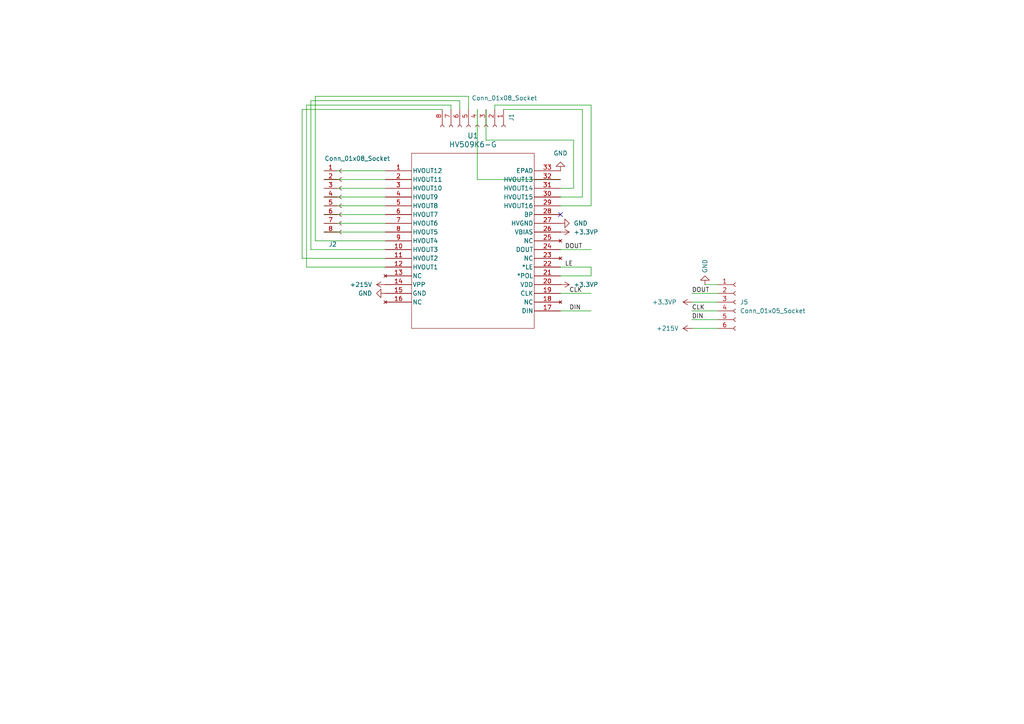
<source format=kicad_sch>
(kicad_sch
	(version 20250114)
	(generator "eeschema")
	(generator_version "9.0")
	(uuid "a0053d15-3fe6-4047-92ee-091d4acfd1a5")
	(paper "A4")
	(lib_symbols
		(symbol "Connector:Conn_01x06_Socket"
			(pin_names
				(offset 1.016)
				(hide yes)
			)
			(exclude_from_sim no)
			(in_bom yes)
			(on_board yes)
			(property "Reference" "J"
				(at 0 7.62 0)
				(effects
					(font
						(size 1.27 1.27)
					)
				)
			)
			(property "Value" "Conn_01x06_Socket"
				(at 0 -10.16 0)
				(effects
					(font
						(size 1.27 1.27)
					)
				)
			)
			(property "Footprint" ""
				(at 0 0 0)
				(effects
					(font
						(size 1.27 1.27)
					)
					(hide yes)
				)
			)
			(property "Datasheet" "~"
				(at 0 0 0)
				(effects
					(font
						(size 1.27 1.27)
					)
					(hide yes)
				)
			)
			(property "Description" "Generic connector, single row, 01x06, script generated"
				(at 0 0 0)
				(effects
					(font
						(size 1.27 1.27)
					)
					(hide yes)
				)
			)
			(property "ki_locked" ""
				(at 0 0 0)
				(effects
					(font
						(size 1.27 1.27)
					)
				)
			)
			(property "ki_keywords" "connector"
				(at 0 0 0)
				(effects
					(font
						(size 1.27 1.27)
					)
					(hide yes)
				)
			)
			(property "ki_fp_filters" "Connector*:*_1x??_*"
				(at 0 0 0)
				(effects
					(font
						(size 1.27 1.27)
					)
					(hide yes)
				)
			)
			(symbol "Conn_01x06_Socket_1_1"
				(polyline
					(pts
						(xy -1.27 5.08) (xy -0.508 5.08)
					)
					(stroke
						(width 0.1524)
						(type default)
					)
					(fill
						(type none)
					)
				)
				(polyline
					(pts
						(xy -1.27 2.54) (xy -0.508 2.54)
					)
					(stroke
						(width 0.1524)
						(type default)
					)
					(fill
						(type none)
					)
				)
				(polyline
					(pts
						(xy -1.27 0) (xy -0.508 0)
					)
					(stroke
						(width 0.1524)
						(type default)
					)
					(fill
						(type none)
					)
				)
				(polyline
					(pts
						(xy -1.27 -2.54) (xy -0.508 -2.54)
					)
					(stroke
						(width 0.1524)
						(type default)
					)
					(fill
						(type none)
					)
				)
				(polyline
					(pts
						(xy -1.27 -5.08) (xy -0.508 -5.08)
					)
					(stroke
						(width 0.1524)
						(type default)
					)
					(fill
						(type none)
					)
				)
				(polyline
					(pts
						(xy -1.27 -7.62) (xy -0.508 -7.62)
					)
					(stroke
						(width 0.1524)
						(type default)
					)
					(fill
						(type none)
					)
				)
				(arc
					(start 0 4.572)
					(mid -0.5058 5.08)
					(end 0 5.588)
					(stroke
						(width 0.1524)
						(type default)
					)
					(fill
						(type none)
					)
				)
				(arc
					(start 0 2.032)
					(mid -0.5058 2.54)
					(end 0 3.048)
					(stroke
						(width 0.1524)
						(type default)
					)
					(fill
						(type none)
					)
				)
				(arc
					(start 0 -0.508)
					(mid -0.5058 0)
					(end 0 0.508)
					(stroke
						(width 0.1524)
						(type default)
					)
					(fill
						(type none)
					)
				)
				(arc
					(start 0 -3.048)
					(mid -0.5058 -2.54)
					(end 0 -2.032)
					(stroke
						(width 0.1524)
						(type default)
					)
					(fill
						(type none)
					)
				)
				(arc
					(start 0 -5.588)
					(mid -0.5058 -5.08)
					(end 0 -4.572)
					(stroke
						(width 0.1524)
						(type default)
					)
					(fill
						(type none)
					)
				)
				(arc
					(start 0 -8.128)
					(mid -0.5058 -7.62)
					(end 0 -7.112)
					(stroke
						(width 0.1524)
						(type default)
					)
					(fill
						(type none)
					)
				)
				(pin passive line
					(at -5.08 5.08 0)
					(length 3.81)
					(name "Pin_1"
						(effects
							(font
								(size 1.27 1.27)
							)
						)
					)
					(number "1"
						(effects
							(font
								(size 1.27 1.27)
							)
						)
					)
				)
				(pin passive line
					(at -5.08 2.54 0)
					(length 3.81)
					(name "Pin_2"
						(effects
							(font
								(size 1.27 1.27)
							)
						)
					)
					(number "2"
						(effects
							(font
								(size 1.27 1.27)
							)
						)
					)
				)
				(pin passive line
					(at -5.08 0 0)
					(length 3.81)
					(name "Pin_3"
						(effects
							(font
								(size 1.27 1.27)
							)
						)
					)
					(number "3"
						(effects
							(font
								(size 1.27 1.27)
							)
						)
					)
				)
				(pin passive line
					(at -5.08 -2.54 0)
					(length 3.81)
					(name "Pin_4"
						(effects
							(font
								(size 1.27 1.27)
							)
						)
					)
					(number "4"
						(effects
							(font
								(size 1.27 1.27)
							)
						)
					)
				)
				(pin passive line
					(at -5.08 -5.08 0)
					(length 3.81)
					(name "Pin_5"
						(effects
							(font
								(size 1.27 1.27)
							)
						)
					)
					(number "5"
						(effects
							(font
								(size 1.27 1.27)
							)
						)
					)
				)
				(pin passive line
					(at -5.08 -7.62 0)
					(length 3.81)
					(name "Pin_6"
						(effects
							(font
								(size 1.27 1.27)
							)
						)
					)
					(number "6"
						(effects
							(font
								(size 1.27 1.27)
							)
						)
					)
				)
			)
			(embedded_fonts no)
		)
		(symbol "Connector:Conn_01x08_Socket"
			(pin_names
				(offset 1.016)
				(hide yes)
			)
			(exclude_from_sim no)
			(in_bom yes)
			(on_board yes)
			(property "Reference" "J"
				(at 0 10.16 0)
				(effects
					(font
						(size 1.27 1.27)
					)
				)
			)
			(property "Value" "Conn_01x08_Socket"
				(at 0 -12.7 0)
				(effects
					(font
						(size 1.27 1.27)
					)
				)
			)
			(property "Footprint" ""
				(at 0 0 0)
				(effects
					(font
						(size 1.27 1.27)
					)
					(hide yes)
				)
			)
			(property "Datasheet" "~"
				(at 0 0 0)
				(effects
					(font
						(size 1.27 1.27)
					)
					(hide yes)
				)
			)
			(property "Description" "Generic connector, single row, 01x08, script generated"
				(at 0 0 0)
				(effects
					(font
						(size 1.27 1.27)
					)
					(hide yes)
				)
			)
			(property "ki_locked" ""
				(at 0 0 0)
				(effects
					(font
						(size 1.27 1.27)
					)
				)
			)
			(property "ki_keywords" "connector"
				(at 0 0 0)
				(effects
					(font
						(size 1.27 1.27)
					)
					(hide yes)
				)
			)
			(property "ki_fp_filters" "Connector*:*_1x??_*"
				(at 0 0 0)
				(effects
					(font
						(size 1.27 1.27)
					)
					(hide yes)
				)
			)
			(symbol "Conn_01x08_Socket_1_1"
				(polyline
					(pts
						(xy -1.27 7.62) (xy -0.508 7.62)
					)
					(stroke
						(width 0.1524)
						(type default)
					)
					(fill
						(type none)
					)
				)
				(polyline
					(pts
						(xy -1.27 5.08) (xy -0.508 5.08)
					)
					(stroke
						(width 0.1524)
						(type default)
					)
					(fill
						(type none)
					)
				)
				(polyline
					(pts
						(xy -1.27 2.54) (xy -0.508 2.54)
					)
					(stroke
						(width 0.1524)
						(type default)
					)
					(fill
						(type none)
					)
				)
				(polyline
					(pts
						(xy -1.27 0) (xy -0.508 0)
					)
					(stroke
						(width 0.1524)
						(type default)
					)
					(fill
						(type none)
					)
				)
				(polyline
					(pts
						(xy -1.27 -2.54) (xy -0.508 -2.54)
					)
					(stroke
						(width 0.1524)
						(type default)
					)
					(fill
						(type none)
					)
				)
				(polyline
					(pts
						(xy -1.27 -5.08) (xy -0.508 -5.08)
					)
					(stroke
						(width 0.1524)
						(type default)
					)
					(fill
						(type none)
					)
				)
				(polyline
					(pts
						(xy -1.27 -7.62) (xy -0.508 -7.62)
					)
					(stroke
						(width 0.1524)
						(type default)
					)
					(fill
						(type none)
					)
				)
				(polyline
					(pts
						(xy -1.27 -10.16) (xy -0.508 -10.16)
					)
					(stroke
						(width 0.1524)
						(type default)
					)
					(fill
						(type none)
					)
				)
				(arc
					(start 0 7.112)
					(mid -0.5058 7.62)
					(end 0 8.128)
					(stroke
						(width 0.1524)
						(type default)
					)
					(fill
						(type none)
					)
				)
				(arc
					(start 0 4.572)
					(mid -0.5058 5.08)
					(end 0 5.588)
					(stroke
						(width 0.1524)
						(type default)
					)
					(fill
						(type none)
					)
				)
				(arc
					(start 0 2.032)
					(mid -0.5058 2.54)
					(end 0 3.048)
					(stroke
						(width 0.1524)
						(type default)
					)
					(fill
						(type none)
					)
				)
				(arc
					(start 0 -0.508)
					(mid -0.5058 0)
					(end 0 0.508)
					(stroke
						(width 0.1524)
						(type default)
					)
					(fill
						(type none)
					)
				)
				(arc
					(start 0 -3.048)
					(mid -0.5058 -2.54)
					(end 0 -2.032)
					(stroke
						(width 0.1524)
						(type default)
					)
					(fill
						(type none)
					)
				)
				(arc
					(start 0 -5.588)
					(mid -0.5058 -5.08)
					(end 0 -4.572)
					(stroke
						(width 0.1524)
						(type default)
					)
					(fill
						(type none)
					)
				)
				(arc
					(start 0 -8.128)
					(mid -0.5058 -7.62)
					(end 0 -7.112)
					(stroke
						(width 0.1524)
						(type default)
					)
					(fill
						(type none)
					)
				)
				(arc
					(start 0 -10.668)
					(mid -0.5058 -10.16)
					(end 0 -9.652)
					(stroke
						(width 0.1524)
						(type default)
					)
					(fill
						(type none)
					)
				)
				(pin passive line
					(at -5.08 7.62 0)
					(length 3.81)
					(name "Pin_1"
						(effects
							(font
								(size 1.27 1.27)
							)
						)
					)
					(number "1"
						(effects
							(font
								(size 1.27 1.27)
							)
						)
					)
				)
				(pin passive line
					(at -5.08 5.08 0)
					(length 3.81)
					(name "Pin_2"
						(effects
							(font
								(size 1.27 1.27)
							)
						)
					)
					(number "2"
						(effects
							(font
								(size 1.27 1.27)
							)
						)
					)
				)
				(pin passive line
					(at -5.08 2.54 0)
					(length 3.81)
					(name "Pin_3"
						(effects
							(font
								(size 1.27 1.27)
							)
						)
					)
					(number "3"
						(effects
							(font
								(size 1.27 1.27)
							)
						)
					)
				)
				(pin passive line
					(at -5.08 0 0)
					(length 3.81)
					(name "Pin_4"
						(effects
							(font
								(size 1.27 1.27)
							)
						)
					)
					(number "4"
						(effects
							(font
								(size 1.27 1.27)
							)
						)
					)
				)
				(pin passive line
					(at -5.08 -2.54 0)
					(length 3.81)
					(name "Pin_5"
						(effects
							(font
								(size 1.27 1.27)
							)
						)
					)
					(number "5"
						(effects
							(font
								(size 1.27 1.27)
							)
						)
					)
				)
				(pin passive line
					(at -5.08 -5.08 0)
					(length 3.81)
					(name "Pin_6"
						(effects
							(font
								(size 1.27 1.27)
							)
						)
					)
					(number "6"
						(effects
							(font
								(size 1.27 1.27)
							)
						)
					)
				)
				(pin passive line
					(at -5.08 -7.62 0)
					(length 3.81)
					(name "Pin_7"
						(effects
							(font
								(size 1.27 1.27)
							)
						)
					)
					(number "7"
						(effects
							(font
								(size 1.27 1.27)
							)
						)
					)
				)
				(pin passive line
					(at -5.08 -10.16 0)
					(length 3.81)
					(name "Pin_8"
						(effects
							(font
								(size 1.27 1.27)
							)
						)
					)
					(number "8"
						(effects
							(font
								(size 1.27 1.27)
							)
						)
					)
				)
			)
			(embedded_fonts no)
		)
		(symbol "HV509K6-G:HV509K6-G"
			(pin_names
				(offset 0.254)
			)
			(exclude_from_sim no)
			(in_bom yes)
			(on_board yes)
			(property "Reference" "U"
				(at 25.4 10.16 0)
				(effects
					(font
						(size 1.524 1.524)
					)
				)
			)
			(property "Value" "HV509K6-G"
				(at 25.4 7.62 0)
				(effects
					(font
						(size 1.524 1.524)
					)
				)
			)
			(property "Footprint" "QFN32_5X5MC_MCH"
				(at 0 0 0)
				(effects
					(font
						(size 1.27 1.27)
						(italic yes)
					)
					(hide yes)
				)
			)
			(property "Datasheet" "HV509K6-G"
				(at 0 0 0)
				(effects
					(font
						(size 1.27 1.27)
						(italic yes)
					)
					(hide yes)
				)
			)
			(property "Description" ""
				(at 0 0 0)
				(effects
					(font
						(size 1.27 1.27)
					)
					(hide yes)
				)
			)
			(property "ki_locked" ""
				(at 0 0 0)
				(effects
					(font
						(size 1.27 1.27)
					)
				)
			)
			(property "ki_keywords" "HV509K6-G"
				(at 0 0 0)
				(effects
					(font
						(size 1.27 1.27)
					)
					(hide yes)
				)
			)
			(property "ki_fp_filters" "QFN32_5X5MC_MCH QFN32_5X5MC_MCH-M QFN32_5X5MC_MCH-L"
				(at 0 0 0)
				(effects
					(font
						(size 1.27 1.27)
					)
					(hide yes)
				)
			)
			(symbol "HV509K6-G_0_1"
				(polyline
					(pts
						(xy 7.62 5.08) (xy 7.62 -45.72)
					)
					(stroke
						(width 0.127)
						(type default)
					)
					(fill
						(type none)
					)
				)
				(polyline
					(pts
						(xy 7.62 -45.72) (xy 43.18 -45.72)
					)
					(stroke
						(width 0.127)
						(type default)
					)
					(fill
						(type none)
					)
				)
				(polyline
					(pts
						(xy 43.18 5.08) (xy 7.62 5.08)
					)
					(stroke
						(width 0.127)
						(type default)
					)
					(fill
						(type none)
					)
				)
				(polyline
					(pts
						(xy 43.18 -45.72) (xy 43.18 5.08)
					)
					(stroke
						(width 0.127)
						(type default)
					)
					(fill
						(type none)
					)
				)
				(pin output line
					(at 0 0 0)
					(length 7.62)
					(name "HVOUT12"
						(effects
							(font
								(size 1.27 1.27)
							)
						)
					)
					(number "1"
						(effects
							(font
								(size 1.27 1.27)
							)
						)
					)
				)
				(pin output line
					(at 0 -2.54 0)
					(length 7.62)
					(name "HVOUT11"
						(effects
							(font
								(size 1.27 1.27)
							)
						)
					)
					(number "2"
						(effects
							(font
								(size 1.27 1.27)
							)
						)
					)
				)
				(pin output line
					(at 0 -5.08 0)
					(length 7.62)
					(name "HVOUT10"
						(effects
							(font
								(size 1.27 1.27)
							)
						)
					)
					(number "3"
						(effects
							(font
								(size 1.27 1.27)
							)
						)
					)
				)
				(pin output line
					(at 0 -7.62 0)
					(length 7.62)
					(name "HVOUT9"
						(effects
							(font
								(size 1.27 1.27)
							)
						)
					)
					(number "4"
						(effects
							(font
								(size 1.27 1.27)
							)
						)
					)
				)
				(pin output line
					(at 0 -10.16 0)
					(length 7.62)
					(name "HVOUT8"
						(effects
							(font
								(size 1.27 1.27)
							)
						)
					)
					(number "5"
						(effects
							(font
								(size 1.27 1.27)
							)
						)
					)
				)
				(pin output line
					(at 0 -12.7 0)
					(length 7.62)
					(name "HVOUT7"
						(effects
							(font
								(size 1.27 1.27)
							)
						)
					)
					(number "6"
						(effects
							(font
								(size 1.27 1.27)
							)
						)
					)
				)
				(pin output line
					(at 0 -15.24 0)
					(length 7.62)
					(name "HVOUT6"
						(effects
							(font
								(size 1.27 1.27)
							)
						)
					)
					(number "7"
						(effects
							(font
								(size 1.27 1.27)
							)
						)
					)
				)
				(pin output line
					(at 0 -17.78 0)
					(length 7.62)
					(name "HVOUT5"
						(effects
							(font
								(size 1.27 1.27)
							)
						)
					)
					(number "8"
						(effects
							(font
								(size 1.27 1.27)
							)
						)
					)
				)
				(pin output line
					(at 0 -20.32 0)
					(length 7.62)
					(name "HVOUT4"
						(effects
							(font
								(size 1.27 1.27)
							)
						)
					)
					(number "9"
						(effects
							(font
								(size 1.27 1.27)
							)
						)
					)
				)
				(pin output line
					(at 0 -22.86 0)
					(length 7.62)
					(name "HVOUT3"
						(effects
							(font
								(size 1.27 1.27)
							)
						)
					)
					(number "10"
						(effects
							(font
								(size 1.27 1.27)
							)
						)
					)
				)
				(pin output line
					(at 0 -25.4 0)
					(length 7.62)
					(name "HVOUT2"
						(effects
							(font
								(size 1.27 1.27)
							)
						)
					)
					(number "11"
						(effects
							(font
								(size 1.27 1.27)
							)
						)
					)
				)
				(pin output line
					(at 0 -27.94 0)
					(length 7.62)
					(name "HVOUT1"
						(effects
							(font
								(size 1.27 1.27)
							)
						)
					)
					(number "12"
						(effects
							(font
								(size 1.27 1.27)
							)
						)
					)
				)
				(pin no_connect line
					(at 0 -30.48 0)
					(length 7.62)
					(name "NC"
						(effects
							(font
								(size 1.27 1.27)
							)
						)
					)
					(number "13"
						(effects
							(font
								(size 1.27 1.27)
							)
						)
					)
				)
				(pin power_in line
					(at 0 -33.02 0)
					(length 7.62)
					(name "VPP"
						(effects
							(font
								(size 1.27 1.27)
							)
						)
					)
					(number "14"
						(effects
							(font
								(size 1.27 1.27)
							)
						)
					)
				)
				(pin power_out line
					(at 0 -35.56 0)
					(length 7.62)
					(name "GND"
						(effects
							(font
								(size 1.27 1.27)
							)
						)
					)
					(number "15"
						(effects
							(font
								(size 1.27 1.27)
							)
						)
					)
				)
				(pin no_connect line
					(at 0 -38.1 0)
					(length 7.62)
					(name "NC"
						(effects
							(font
								(size 1.27 1.27)
							)
						)
					)
					(number "16"
						(effects
							(font
								(size 1.27 1.27)
							)
						)
					)
				)
				(pin unspecified line
					(at 50.8 0 180)
					(length 7.62)
					(name "EPAD"
						(effects
							(font
								(size 1.27 1.27)
							)
						)
					)
					(number "33"
						(effects
							(font
								(size 1.27 1.27)
							)
						)
					)
				)
				(pin output line
					(at 50.8 -2.54 180)
					(length 7.62)
					(name "HVOUT13"
						(effects
							(font
								(size 1.27 1.27)
							)
						)
					)
					(number "32"
						(effects
							(font
								(size 1.27 1.27)
							)
						)
					)
				)
				(pin output line
					(at 50.8 -5.08 180)
					(length 7.62)
					(name "HVOUT14"
						(effects
							(font
								(size 1.27 1.27)
							)
						)
					)
					(number "31"
						(effects
							(font
								(size 1.27 1.27)
							)
						)
					)
				)
				(pin output line
					(at 50.8 -7.62 180)
					(length 7.62)
					(name "HVOUT15"
						(effects
							(font
								(size 1.27 1.27)
							)
						)
					)
					(number "30"
						(effects
							(font
								(size 1.27 1.27)
							)
						)
					)
				)
				(pin output line
					(at 50.8 -10.16 180)
					(length 7.62)
					(name "HVOUT16"
						(effects
							(font
								(size 1.27 1.27)
							)
						)
					)
					(number "29"
						(effects
							(font
								(size 1.27 1.27)
							)
						)
					)
				)
				(pin output line
					(at 50.8 -12.7 180)
					(length 7.62)
					(name "BP"
						(effects
							(font
								(size 1.27 1.27)
							)
						)
					)
					(number "28"
						(effects
							(font
								(size 1.27 1.27)
							)
						)
					)
				)
				(pin power_out line
					(at 50.8 -15.24 180)
					(length 7.62)
					(name "HVGND"
						(effects
							(font
								(size 1.27 1.27)
							)
						)
					)
					(number "27"
						(effects
							(font
								(size 1.27 1.27)
							)
						)
					)
				)
				(pin unspecified line
					(at 50.8 -17.78 180)
					(length 7.62)
					(name "VBIAS"
						(effects
							(font
								(size 1.27 1.27)
							)
						)
					)
					(number "26"
						(effects
							(font
								(size 1.27 1.27)
							)
						)
					)
				)
				(pin no_connect line
					(at 50.8 -20.32 180)
					(length 7.62)
					(name "NC"
						(effects
							(font
								(size 1.27 1.27)
							)
						)
					)
					(number "25"
						(effects
							(font
								(size 1.27 1.27)
							)
						)
					)
				)
				(pin output line
					(at 50.8 -22.86 180)
					(length 7.62)
					(name "DOUT"
						(effects
							(font
								(size 1.27 1.27)
							)
						)
					)
					(number "24"
						(effects
							(font
								(size 1.27 1.27)
							)
						)
					)
				)
				(pin no_connect line
					(at 50.8 -25.4 180)
					(length 7.62)
					(name "NC"
						(effects
							(font
								(size 1.27 1.27)
							)
						)
					)
					(number "23"
						(effects
							(font
								(size 1.27 1.27)
							)
						)
					)
				)
				(pin input line
					(at 50.8 -27.94 180)
					(length 7.62)
					(name "*LE"
						(effects
							(font
								(size 1.27 1.27)
							)
						)
					)
					(number "22"
						(effects
							(font
								(size 1.27 1.27)
							)
						)
					)
				)
				(pin input line
					(at 50.8 -30.48 180)
					(length 7.62)
					(name "*POL"
						(effects
							(font
								(size 1.27 1.27)
							)
						)
					)
					(number "21"
						(effects
							(font
								(size 1.27 1.27)
							)
						)
					)
				)
				(pin power_in line
					(at 50.8 -33.02 180)
					(length 7.62)
					(name "VDD"
						(effects
							(font
								(size 1.27 1.27)
							)
						)
					)
					(number "20"
						(effects
							(font
								(size 1.27 1.27)
							)
						)
					)
				)
				(pin input line
					(at 50.8 -35.56 180)
					(length 7.62)
					(name "CLK"
						(effects
							(font
								(size 1.27 1.27)
							)
						)
					)
					(number "19"
						(effects
							(font
								(size 1.27 1.27)
							)
						)
					)
				)
				(pin no_connect line
					(at 50.8 -38.1 180)
					(length 7.62)
					(name "NC"
						(effects
							(font
								(size 1.27 1.27)
							)
						)
					)
					(number "18"
						(effects
							(font
								(size 1.27 1.27)
							)
						)
					)
				)
				(pin input line
					(at 50.8 -40.64 180)
					(length 7.62)
					(name "DIN"
						(effects
							(font
								(size 1.27 1.27)
							)
						)
					)
					(number "17"
						(effects
							(font
								(size 1.27 1.27)
							)
						)
					)
				)
			)
			(embedded_fonts no)
		)
		(symbol "power:+3.3VP"
			(power)
			(pin_numbers
				(hide yes)
			)
			(pin_names
				(offset 0)
				(hide yes)
			)
			(exclude_from_sim no)
			(in_bom yes)
			(on_board yes)
			(property "Reference" "#PWR"
				(at 3.81 -1.27 0)
				(effects
					(font
						(size 1.27 1.27)
					)
					(hide yes)
				)
			)
			(property "Value" "+3.3VP"
				(at 0 3.556 0)
				(effects
					(font
						(size 1.27 1.27)
					)
				)
			)
			(property "Footprint" ""
				(at 0 0 0)
				(effects
					(font
						(size 1.27 1.27)
					)
					(hide yes)
				)
			)
			(property "Datasheet" ""
				(at 0 0 0)
				(effects
					(font
						(size 1.27 1.27)
					)
					(hide yes)
				)
			)
			(property "Description" "Power symbol creates a global label with name \"+3.3VP\""
				(at 0 0 0)
				(effects
					(font
						(size 1.27 1.27)
					)
					(hide yes)
				)
			)
			(property "ki_keywords" "global power"
				(at 0 0 0)
				(effects
					(font
						(size 1.27 1.27)
					)
					(hide yes)
				)
			)
			(symbol "+3.3VP_0_0"
				(pin power_in line
					(at 0 0 90)
					(length 0)
					(name "~"
						(effects
							(font
								(size 1.27 1.27)
							)
						)
					)
					(number "1"
						(effects
							(font
								(size 1.27 1.27)
							)
						)
					)
				)
			)
			(symbol "+3.3VP_0_1"
				(polyline
					(pts
						(xy -0.762 1.27) (xy 0 2.54)
					)
					(stroke
						(width 0)
						(type default)
					)
					(fill
						(type none)
					)
				)
				(polyline
					(pts
						(xy 0 2.54) (xy 0.762 1.27)
					)
					(stroke
						(width 0)
						(type default)
					)
					(fill
						(type none)
					)
				)
				(polyline
					(pts
						(xy 0 0) (xy 0 2.54)
					)
					(stroke
						(width 0)
						(type default)
					)
					(fill
						(type none)
					)
				)
			)
			(embedded_fonts no)
		)
		(symbol "power:+48V"
			(power)
			(pin_numbers
				(hide yes)
			)
			(pin_names
				(offset 0)
				(hide yes)
			)
			(exclude_from_sim no)
			(in_bom yes)
			(on_board yes)
			(property "Reference" "#PWR"
				(at 0 -3.81 0)
				(effects
					(font
						(size 1.27 1.27)
					)
					(hide yes)
				)
			)
			(property "Value" "+48V"
				(at 0 3.556 0)
				(effects
					(font
						(size 1.27 1.27)
					)
				)
			)
			(property "Footprint" ""
				(at 0 0 0)
				(effects
					(font
						(size 1.27 1.27)
					)
					(hide yes)
				)
			)
			(property "Datasheet" ""
				(at 0 0 0)
				(effects
					(font
						(size 1.27 1.27)
					)
					(hide yes)
				)
			)
			(property "Description" "Power symbol creates a global label with name \"+48V\""
				(at 0 0 0)
				(effects
					(font
						(size 1.27 1.27)
					)
					(hide yes)
				)
			)
			(property "ki_keywords" "global power"
				(at 0 0 0)
				(effects
					(font
						(size 1.27 1.27)
					)
					(hide yes)
				)
			)
			(symbol "+48V_0_1"
				(polyline
					(pts
						(xy -0.762 1.27) (xy 0 2.54)
					)
					(stroke
						(width 0)
						(type default)
					)
					(fill
						(type none)
					)
				)
				(polyline
					(pts
						(xy 0 2.54) (xy 0.762 1.27)
					)
					(stroke
						(width 0)
						(type default)
					)
					(fill
						(type none)
					)
				)
				(polyline
					(pts
						(xy 0 0) (xy 0 2.54)
					)
					(stroke
						(width 0)
						(type default)
					)
					(fill
						(type none)
					)
				)
			)
			(symbol "+48V_1_1"
				(pin power_in line
					(at 0 0 90)
					(length 0)
					(name "~"
						(effects
							(font
								(size 1.27 1.27)
							)
						)
					)
					(number "1"
						(effects
							(font
								(size 1.27 1.27)
							)
						)
					)
				)
			)
			(embedded_fonts no)
		)
		(symbol "power:GND"
			(power)
			(pin_numbers
				(hide yes)
			)
			(pin_names
				(offset 0)
				(hide yes)
			)
			(exclude_from_sim no)
			(in_bom yes)
			(on_board yes)
			(property "Reference" "#PWR"
				(at 0 -6.35 0)
				(effects
					(font
						(size 1.27 1.27)
					)
					(hide yes)
				)
			)
			(property "Value" "GND"
				(at 0 -3.81 0)
				(effects
					(font
						(size 1.27 1.27)
					)
				)
			)
			(property "Footprint" ""
				(at 0 0 0)
				(effects
					(font
						(size 1.27 1.27)
					)
					(hide yes)
				)
			)
			(property "Datasheet" ""
				(at 0 0 0)
				(effects
					(font
						(size 1.27 1.27)
					)
					(hide yes)
				)
			)
			(property "Description" "Power symbol creates a global label with name \"GND\" , ground"
				(at 0 0 0)
				(effects
					(font
						(size 1.27 1.27)
					)
					(hide yes)
				)
			)
			(property "ki_keywords" "global power"
				(at 0 0 0)
				(effects
					(font
						(size 1.27 1.27)
					)
					(hide yes)
				)
			)
			(symbol "GND_0_1"
				(polyline
					(pts
						(xy 0 0) (xy 0 -1.27) (xy 1.27 -1.27) (xy 0 -2.54) (xy -1.27 -1.27) (xy 0 -1.27)
					)
					(stroke
						(width 0)
						(type default)
					)
					(fill
						(type none)
					)
				)
			)
			(symbol "GND_1_1"
				(pin power_in line
					(at 0 0 270)
					(length 0)
					(name "~"
						(effects
							(font
								(size 1.27 1.27)
							)
						)
					)
					(number "1"
						(effects
							(font
								(size 1.27 1.27)
							)
						)
					)
				)
			)
			(embedded_fonts no)
		)
	)
	(no_connect
		(at 162.56 62.23)
		(uuid "f3bb3041-4738-4723-aabd-fcef2c551ee3")
	)
	(wire
		(pts
			(xy 88.9 30.48) (xy 88.9 77.47)
		)
		(stroke
			(width 0)
			(type default)
		)
		(uuid "061bd226-147c-4b19-9615-af0c94a146e7")
	)
	(wire
		(pts
			(xy 93.98 57.15) (xy 111.76 57.15)
		)
		(stroke
			(width 0)
			(type default)
		)
		(uuid "11c0710d-1917-4b33-bde1-838402500c2e")
	)
	(wire
		(pts
			(xy 200.66 92.71) (xy 208.28 92.71)
		)
		(stroke
			(width 0)
			(type default)
		)
		(uuid "1457d771-7350-4f04-853a-af84ee652abb")
	)
	(wire
		(pts
			(xy 90.17 29.21) (xy 133.35 29.21)
		)
		(stroke
			(width 0)
			(type default)
		)
		(uuid "15ce98e9-c334-410e-924a-3dda61b35518")
	)
	(wire
		(pts
			(xy 162.56 85.09) (xy 171.45 85.09)
		)
		(stroke
			(width 0)
			(type default)
		)
		(uuid "199e2179-5513-477a-b86e-7765aeba63ed")
	)
	(wire
		(pts
			(xy 140.97 31.75) (xy 140.97 40.64)
		)
		(stroke
			(width 0)
			(type default)
		)
		(uuid "1b6f584a-12c4-463f-aa68-045a276ade80")
	)
	(wire
		(pts
			(xy 138.43 52.07) (xy 138.43 31.75)
		)
		(stroke
			(width 0)
			(type default)
		)
		(uuid "28ad46f9-a375-4352-9b16-6f39c8b44687")
	)
	(wire
		(pts
			(xy 168.91 57.15) (xy 168.91 31.75)
		)
		(stroke
			(width 0)
			(type default)
		)
		(uuid "28b8ef72-599a-4adb-b02f-f3d9290993a8")
	)
	(wire
		(pts
			(xy 87.63 74.93) (xy 87.63 31.75)
		)
		(stroke
			(width 0)
			(type default)
		)
		(uuid "2c69c87c-2e31-456e-a5c2-99f5711e8dcc")
	)
	(wire
		(pts
			(xy 87.63 74.93) (xy 111.76 74.93)
		)
		(stroke
			(width 0)
			(type default)
		)
		(uuid "31a87b40-beb6-4a2f-b64c-da03d62c35c6")
	)
	(wire
		(pts
			(xy 135.89 27.94) (xy 135.89 31.75)
		)
		(stroke
			(width 0)
			(type default)
		)
		(uuid "365a6e00-72ed-485b-b476-85f6969551f8")
	)
	(wire
		(pts
			(xy 168.91 31.75) (xy 146.05 31.75)
		)
		(stroke
			(width 0)
			(type default)
		)
		(uuid "367c78bb-9263-4720-93e3-602e9ec5dae9")
	)
	(wire
		(pts
			(xy 204.47 82.55) (xy 208.28 82.55)
		)
		(stroke
			(width 0)
			(type default)
		)
		(uuid "37d8f28a-0559-429b-b7f3-8249fd37202e")
	)
	(wire
		(pts
			(xy 162.56 90.17) (xy 171.45 90.17)
		)
		(stroke
			(width 0)
			(type default)
		)
		(uuid "4126309f-45a7-4cfa-bb7a-00b1b6e02e5a")
	)
	(wire
		(pts
			(xy 162.56 72.39) (xy 171.45 72.39)
		)
		(stroke
			(width 0)
			(type default)
		)
		(uuid "4287bda8-b345-48c8-ad86-a84841db7893")
	)
	(wire
		(pts
			(xy 171.45 59.69) (xy 162.56 59.69)
		)
		(stroke
			(width 0)
			(type default)
		)
		(uuid "46f2025b-1ce1-49bb-95f6-3a76bc0b7ee0")
	)
	(wire
		(pts
			(xy 171.45 77.47) (xy 171.45 80.01)
		)
		(stroke
			(width 0)
			(type default)
		)
		(uuid "47e072d3-9db3-4333-8bf0-1f7a2045e44b")
	)
	(wire
		(pts
			(xy 140.97 40.64) (xy 166.37 40.64)
		)
		(stroke
			(width 0)
			(type default)
		)
		(uuid "4a499c5d-74c2-4c6e-9841-08526def7e0c")
	)
	(wire
		(pts
			(xy 111.76 72.39) (xy 90.17 72.39)
		)
		(stroke
			(width 0)
			(type default)
		)
		(uuid "4b0bffda-5ff0-410d-ac8c-769c73518a06")
	)
	(wire
		(pts
			(xy 166.37 40.64) (xy 166.37 54.61)
		)
		(stroke
			(width 0)
			(type default)
		)
		(uuid "4ea52ef1-1f7b-4f0f-9860-a41cee382d35")
	)
	(wire
		(pts
			(xy 200.66 90.17) (xy 208.28 90.17)
		)
		(stroke
			(width 0)
			(type default)
		)
		(uuid "4ef8864a-530e-482e-a735-36266c8cf7cf")
	)
	(wire
		(pts
			(xy 143.51 30.48) (xy 171.45 30.48)
		)
		(stroke
			(width 0)
			(type default)
		)
		(uuid "54126495-b670-494f-a3b2-fdae5392b9fc")
	)
	(wire
		(pts
			(xy 200.66 85.09) (xy 208.28 85.09)
		)
		(stroke
			(width 0)
			(type default)
		)
		(uuid "608f081f-7a73-488d-80e5-025872b584c9")
	)
	(wire
		(pts
			(xy 162.56 80.01) (xy 171.45 80.01)
		)
		(stroke
			(width 0)
			(type default)
		)
		(uuid "61c8d90b-833b-467b-9bbb-f7d7ad368bf0")
	)
	(wire
		(pts
			(xy 87.63 31.75) (xy 128.27 31.75)
		)
		(stroke
			(width 0)
			(type default)
		)
		(uuid "7cc35b3d-8426-465f-bf74-0f0975191842")
	)
	(wire
		(pts
			(xy 88.9 77.47) (xy 111.76 77.47)
		)
		(stroke
			(width 0)
			(type default)
		)
		(uuid "7e4dd845-231a-4eb6-822d-6c307208d0fc")
	)
	(wire
		(pts
			(xy 93.98 59.69) (xy 111.76 59.69)
		)
		(stroke
			(width 0)
			(type default)
		)
		(uuid "7e569eb0-6808-4821-88aa-c5402e99fe02")
	)
	(wire
		(pts
			(xy 93.98 54.61) (xy 111.76 54.61)
		)
		(stroke
			(width 0)
			(type default)
		)
		(uuid "7e9cdef4-4ad2-4eaf-9429-997c399824a4")
	)
	(wire
		(pts
			(xy 88.9 30.48) (xy 130.81 30.48)
		)
		(stroke
			(width 0)
			(type default)
		)
		(uuid "87e3dca2-af8b-4101-992c-7282640234bc")
	)
	(wire
		(pts
			(xy 91.44 27.94) (xy 135.89 27.94)
		)
		(stroke
			(width 0)
			(type default)
		)
		(uuid "8f2e437e-5a75-4073-b692-7634c14d9b23")
	)
	(wire
		(pts
			(xy 93.98 64.77) (xy 111.76 64.77)
		)
		(stroke
			(width 0)
			(type default)
		)
		(uuid "9156cfa1-309a-4626-837b-b0be8170f874")
	)
	(wire
		(pts
			(xy 111.76 69.85) (xy 91.44 69.85)
		)
		(stroke
			(width 0)
			(type default)
		)
		(uuid "959038f4-d647-4e80-8b4e-c9bc728a2828")
	)
	(wire
		(pts
			(xy 90.17 72.39) (xy 90.17 29.21)
		)
		(stroke
			(width 0)
			(type default)
		)
		(uuid "9ffeec23-2f64-4f1c-9e04-8ad5c4f5e770")
	)
	(wire
		(pts
			(xy 171.45 30.48) (xy 171.45 59.69)
		)
		(stroke
			(width 0)
			(type default)
		)
		(uuid "a0006542-a809-497c-805e-7ec61c3acdfc")
	)
	(wire
		(pts
			(xy 162.56 77.47) (xy 171.45 77.47)
		)
		(stroke
			(width 0)
			(type default)
		)
		(uuid "a12a816f-06a7-44e2-9a0b-b4a0fbbe5e19")
	)
	(wire
		(pts
			(xy 93.98 52.07) (xy 111.76 52.07)
		)
		(stroke
			(width 0)
			(type default)
		)
		(uuid "a1c589db-c3cd-4ea6-940c-7df8fe2657a5")
	)
	(wire
		(pts
			(xy 93.98 67.31) (xy 111.76 67.31)
		)
		(stroke
			(width 0)
			(type default)
		)
		(uuid "a2272006-5176-4d84-bfad-b1d24f679a30")
	)
	(wire
		(pts
			(xy 200.66 95.25) (xy 208.28 95.25)
		)
		(stroke
			(width 0)
			(type default)
		)
		(uuid "a715e9a6-8fc8-4809-9174-c736842c4836")
	)
	(wire
		(pts
			(xy 162.56 52.07) (xy 138.43 52.07)
		)
		(stroke
			(width 0)
			(type default)
		)
		(uuid "b396e271-9dd8-4ace-8e42-3808a0ab3a3b")
	)
	(wire
		(pts
			(xy 93.98 49.53) (xy 111.76 49.53)
		)
		(stroke
			(width 0)
			(type default)
		)
		(uuid "bb74b7a1-893a-49e0-92a8-a3f7f9f92eee")
	)
	(wire
		(pts
			(xy 166.37 54.61) (xy 162.56 54.61)
		)
		(stroke
			(width 0)
			(type default)
		)
		(uuid "bc1b1691-43fd-47cf-aa9f-6add7608471a")
	)
	(wire
		(pts
			(xy 133.35 29.21) (xy 133.35 31.75)
		)
		(stroke
			(width 0)
			(type default)
		)
		(uuid "c55fdda6-4e48-47e0-848c-83d6aa943a78")
	)
	(wire
		(pts
			(xy 130.81 30.48) (xy 130.81 31.75)
		)
		(stroke
			(width 0)
			(type default)
		)
		(uuid "c57e030d-9ec0-440f-b3d1-5a8092b8a24f")
	)
	(wire
		(pts
			(xy 91.44 69.85) (xy 91.44 27.94)
		)
		(stroke
			(width 0)
			(type default)
		)
		(uuid "eb4dbd3d-5538-42f7-80d7-7137a6b5e55a")
	)
	(wire
		(pts
			(xy 200.66 87.63) (xy 208.28 87.63)
		)
		(stroke
			(width 0)
			(type default)
		)
		(uuid "ebc36b1a-3246-428d-a763-20c18be77343")
	)
	(wire
		(pts
			(xy 143.51 31.75) (xy 143.51 30.48)
		)
		(stroke
			(width 0)
			(type default)
		)
		(uuid "f5ac1920-03b7-4740-8462-86f7bb002a98")
	)
	(wire
		(pts
			(xy 162.56 57.15) (xy 168.91 57.15)
		)
		(stroke
			(width 0)
			(type default)
		)
		(uuid "f99a1228-c3cb-4fb2-aa15-e6782edb555f")
	)
	(wire
		(pts
			(xy 93.98 62.23) (xy 111.76 62.23)
		)
		(stroke
			(width 0)
			(type default)
		)
		(uuid "fd87111d-6043-4390-8f6d-cbfae8333aba")
	)
	(label "DOUT"
		(at 163.83 72.39 0)
		(effects
			(font
				(size 1.27 1.27)
			)
			(justify left bottom)
		)
		(uuid "4228148f-be92-4b50-a33d-f1d950a89cd6")
	)
	(label "CLK"
		(at 165.1 85.09 0)
		(effects
			(font
				(size 1.27 1.27)
			)
			(justify left bottom)
		)
		(uuid "4305cf1c-77e0-462f-8f68-7d26cc714173")
	)
	(label "DIN"
		(at 200.66 92.71 0)
		(effects
			(font
				(size 1.27 1.27)
			)
			(justify left bottom)
		)
		(uuid "5a5af734-7441-4fe3-bafe-5433d3553576")
	)
	(label "DOUT"
		(at 200.66 85.09 0)
		(effects
			(font
				(size 1.27 1.27)
			)
			(justify left bottom)
		)
		(uuid "71ecda3e-c936-4066-8bfa-9fa405d53cdc")
	)
	(label "LE"
		(at 163.83 77.47 0)
		(effects
			(font
				(size 1.27 1.27)
			)
			(justify left bottom)
		)
		(uuid "8ab2d8f1-ee7c-4486-9976-866915c2f61b")
	)
	(label "CLK"
		(at 200.66 90.17 0)
		(effects
			(font
				(size 1.27 1.27)
			)
			(justify left bottom)
		)
		(uuid "cb1d72f0-8e43-4553-8829-afd131e2d983")
	)
	(label "DIN"
		(at 165.1 90.17 0)
		(effects
			(font
				(size 1.27 1.27)
			)
			(justify left bottom)
		)
		(uuid "fa60637e-63cf-4e9b-9c29-5dc748b37088")
	)
	(symbol
		(lib_id "power:+3.3VP")
		(at 162.56 82.55 270)
		(unit 1)
		(exclude_from_sim no)
		(in_bom yes)
		(on_board yes)
		(dnp no)
		(fields_autoplaced yes)
		(uuid "1a1bc52d-e1d3-4d16-9daa-ad4cb70a3a10")
		(property "Reference" "#PWR05"
			(at 161.29 86.36 0)
			(effects
				(font
					(size 1.27 1.27)
				)
				(hide yes)
			)
		)
		(property "Value" "+3.3VP"
			(at 166.37 82.5499 90)
			(effects
				(font
					(size 1.27 1.27)
				)
				(justify left)
			)
		)
		(property "Footprint" ""
			(at 162.56 82.55 0)
			(effects
				(font
					(size 1.27 1.27)
				)
				(hide yes)
			)
		)
		(property "Datasheet" ""
			(at 162.56 82.55 0)
			(effects
				(font
					(size 1.27 1.27)
				)
				(hide yes)
			)
		)
		(property "Description" "Power symbol creates a global label with name \"+3.3VP\""
			(at 162.56 82.55 0)
			(effects
				(font
					(size 1.27 1.27)
				)
				(hide yes)
			)
		)
		(pin "1"
			(uuid "adc251af-7e3c-4e58-8e2f-152c6aaa92a7")
		)
		(instances
			(project ""
				(path "/a0053d15-3fe6-4047-92ee-091d4acfd1a5"
					(reference "#PWR05")
					(unit 1)
				)
			)
		)
	)
	(symbol
		(lib_id "power:GND")
		(at 204.47 82.55 180)
		(unit 1)
		(exclude_from_sim no)
		(in_bom yes)
		(on_board yes)
		(dnp no)
		(uuid "1fb7d13b-d582-4f29-90e6-9f552ac2554c")
		(property "Reference" "#PWR09"
			(at 204.47 76.2 0)
			(effects
				(font
					(size 1.27 1.27)
				)
				(hide yes)
			)
		)
		(property "Value" "GND"
			(at 204.47 79.248 90)
			(effects
				(font
					(size 1.27 1.27)
				)
				(justify right)
			)
		)
		(property "Footprint" ""
			(at 204.47 82.55 0)
			(effects
				(font
					(size 1.27 1.27)
				)
				(hide yes)
			)
		)
		(property "Datasheet" ""
			(at 204.47 82.55 0)
			(effects
				(font
					(size 1.27 1.27)
				)
				(hide yes)
			)
		)
		(property "Description" "Power symbol creates a global label with name \"GND\" , ground"
			(at 204.47 82.55 0)
			(effects
				(font
					(size 1.27 1.27)
				)
				(hide yes)
			)
		)
		(pin "1"
			(uuid "2f8b5825-22c0-4de7-a5df-3d3eba69131a")
		)
		(instances
			(project "BrailleCellController"
				(path "/a0053d15-3fe6-4047-92ee-091d4acfd1a5"
					(reference "#PWR09")
					(unit 1)
				)
			)
		)
	)
	(symbol
		(lib_id "power:+3.3VP")
		(at 200.66 87.63 90)
		(unit 1)
		(exclude_from_sim no)
		(in_bom yes)
		(on_board yes)
		(dnp no)
		(fields_autoplaced yes)
		(uuid "2cc03d20-2ee0-4cd1-bd48-989ab8d96d7a")
		(property "Reference" "#PWR010"
			(at 201.93 83.82 0)
			(effects
				(font
					(size 1.27 1.27)
				)
				(hide yes)
			)
		)
		(property "Value" "+3.3VP"
			(at 196.2915 87.6299 90)
			(effects
				(font
					(size 1.27 1.27)
				)
				(justify left)
			)
		)
		(property "Footprint" ""
			(at 200.66 87.63 0)
			(effects
				(font
					(size 1.27 1.27)
				)
				(hide yes)
			)
		)
		(property "Datasheet" ""
			(at 200.66 87.63 0)
			(effects
				(font
					(size 1.27 1.27)
				)
				(hide yes)
			)
		)
		(property "Description" "Power symbol creates a global label with name \"+3.3VP\""
			(at 200.66 87.63 0)
			(effects
				(font
					(size 1.27 1.27)
				)
				(hide yes)
			)
		)
		(pin "1"
			(uuid "754edc72-d220-471b-9182-4d20e69eed2d")
		)
		(instances
			(project "BrailleCellController"
				(path "/a0053d15-3fe6-4047-92ee-091d4acfd1a5"
					(reference "#PWR010")
					(unit 1)
				)
			)
		)
	)
	(symbol
		(lib_id "HV509K6-G:HV509K6-G")
		(at 111.76 49.53 0)
		(unit 1)
		(exclude_from_sim no)
		(in_bom yes)
		(on_board yes)
		(dnp no)
		(fields_autoplaced yes)
		(uuid "4397e0e7-6935-498d-b934-e012b8a75bf7")
		(property "Reference" "U1"
			(at 137.16 39.37 0)
			(effects
				(font
					(size 1.524 1.524)
				)
			)
		)
		(property "Value" "HV509K6-G"
			(at 137.16 41.91 0)
			(effects
				(font
					(size 1.524 1.524)
				)
			)
		)
		(property "Footprint" "HV509K6-G:QFN32_5X5MC_MCH"
			(at 111.76 49.53 0)
			(effects
				(font
					(size 1.27 1.27)
					(italic yes)
				)
				(hide yes)
			)
		)
		(property "Datasheet" "HV509K6-G"
			(at 111.76 49.53 0)
			(effects
				(font
					(size 1.27 1.27)
					(italic yes)
				)
				(hide yes)
			)
		)
		(property "Description" ""
			(at 111.76 49.53 0)
			(effects
				(font
					(size 1.27 1.27)
				)
				(hide yes)
			)
		)
		(pin "2"
			(uuid "29937f1c-8277-4db6-bb64-d6fad563241b")
		)
		(pin "3"
			(uuid "65c104e9-b4e3-44af-b4e1-fbf69f0f3c3d")
		)
		(pin "9"
			(uuid "dc0fdb30-446e-41eb-8666-de9897d43c8b")
		)
		(pin "1"
			(uuid "bf0187f1-af95-4f8b-b3bc-bd95cf7e3881")
		)
		(pin "4"
			(uuid "0e5ca043-0831-4057-a7bf-8bb080db8157")
		)
		(pin "5"
			(uuid "3e1cddc5-4587-4271-b8ff-1f019f65d301")
		)
		(pin "6"
			(uuid "afd6e19f-23a0-417d-8086-dc91b511029a")
		)
		(pin "7"
			(uuid "c77b4be0-64ab-4fb2-a8ed-1db614142e55")
		)
		(pin "8"
			(uuid "ec852c14-1f75-4a7f-8bed-7c2a74ee016d")
		)
		(pin "12"
			(uuid "69f16d16-055c-4ddd-8b96-f979fb57d86e")
		)
		(pin "32"
			(uuid "bd608b66-f58e-4307-aab7-55df0c189132")
		)
		(pin "30"
			(uuid "28d70775-054a-4698-9453-04ce6241e9ba")
		)
		(pin "15"
			(uuid "c2b9a47d-d9fc-450f-a61c-9b1ec23b63cd")
		)
		(pin "29"
			(uuid "d3f1d2a0-88da-46cd-8574-2e9ec69a94f3")
		)
		(pin "24"
			(uuid "fcade506-2492-4796-bcc3-016a6346c05c")
		)
		(pin "28"
			(uuid "9b91c650-4875-4b27-953b-a4c2077e95ab")
		)
		(pin "11"
			(uuid "7b39ceaa-be6d-4d7e-924d-828dae9e6ff6")
		)
		(pin "14"
			(uuid "7f48fba6-bddc-4e55-ac92-cb2d34857f12")
		)
		(pin "16"
			(uuid "3a062537-1ad8-4d28-abea-9632cc6bcdbc")
		)
		(pin "10"
			(uuid "b510395c-4619-4113-9595-62b7e5fe1b8f")
		)
		(pin "20"
			(uuid "61be0f13-d533-424d-b2af-353d9d770042")
		)
		(pin "23"
			(uuid "048953e1-85a0-43f3-9944-bf1dd4de1cd4")
		)
		(pin "26"
			(uuid "72b1c3c4-cd71-4579-a6ea-ab7bc8aeb3c9")
		)
		(pin "25"
			(uuid "525b46df-8bec-4e72-8149-4678f2865039")
		)
		(pin "13"
			(uuid "35d51b0e-d4d3-4787-a000-da0b877e7efe")
		)
		(pin "22"
			(uuid "8d42bafa-1642-45ce-b37a-4237fa281b74")
		)
		(pin "33"
			(uuid "3a8d7785-a76a-473b-8af5-62fdddede423")
		)
		(pin "21"
			(uuid "d7c97417-5ac9-4135-8ff5-a8affe608e95")
		)
		(pin "27"
			(uuid "f9b668a7-4d5a-4404-be21-3d9b80f5f373")
		)
		(pin "19"
			(uuid "5a184466-2101-4651-9d1f-2a537e3dc785")
		)
		(pin "18"
			(uuid "24ee018a-f388-4ee4-8624-d8d2a5ff8eee")
		)
		(pin "31"
			(uuid "4fa9633c-a5ea-4ce7-938f-f8bb7f7781ac")
		)
		(pin "17"
			(uuid "b13c7e7e-c1fd-4c55-9b41-664f774256e7")
		)
		(instances
			(project ""
				(path "/a0053d15-3fe6-4047-92ee-091d4acfd1a5"
					(reference "U1")
					(unit 1)
				)
			)
		)
	)
	(symbol
		(lib_id "power:GND")
		(at 111.76 85.09 270)
		(unit 1)
		(exclude_from_sim no)
		(in_bom yes)
		(on_board yes)
		(dnp no)
		(fields_autoplaced yes)
		(uuid "5b95ae36-3a1f-42f2-8adf-a329b4d889ef")
		(property "Reference" "#PWR02"
			(at 105.41 85.09 0)
			(effects
				(font
					(size 1.27 1.27)
				)
				(hide yes)
			)
		)
		(property "Value" "GND"
			(at 107.95 85.0899 90)
			(effects
				(font
					(size 1.27 1.27)
				)
				(justify right)
			)
		)
		(property "Footprint" ""
			(at 111.76 85.09 0)
			(effects
				(font
					(size 1.27 1.27)
				)
				(hide yes)
			)
		)
		(property "Datasheet" ""
			(at 111.76 85.09 0)
			(effects
				(font
					(size 1.27 1.27)
				)
				(hide yes)
			)
		)
		(property "Description" "Power symbol creates a global label with name \"GND\" , ground"
			(at 111.76 85.09 0)
			(effects
				(font
					(size 1.27 1.27)
				)
				(hide yes)
			)
		)
		(pin "1"
			(uuid "155b41d2-29d8-4aad-a0c3-e2f81b5fa14a")
		)
		(instances
			(project ""
				(path "/a0053d15-3fe6-4047-92ee-091d4acfd1a5"
					(reference "#PWR02")
					(unit 1)
				)
			)
		)
	)
	(symbol
		(lib_id "Connector:Conn_01x08_Socket")
		(at 138.43 36.83 270)
		(unit 1)
		(exclude_from_sim no)
		(in_bom yes)
		(on_board yes)
		(dnp no)
		(uuid "64ddc0fe-9ae3-416b-9a80-593394bb1a38")
		(property "Reference" "J1"
			(at 148.336 34.036 0)
			(effects
				(font
					(size 1.27 1.27)
				)
			)
		)
		(property "Value" "Conn_01x08_Socket"
			(at 146.304 28.448 90)
			(effects
				(font
					(size 1.27 1.27)
				)
			)
		)
		(property "Footprint" "BrailleLibrary:FPC Connecotr"
			(at 138.43 36.83 0)
			(effects
				(font
					(size 1.27 1.27)
				)
				(hide yes)
			)
		)
		(property "Datasheet" "~"
			(at 138.43 36.83 0)
			(effects
				(font
					(size 1.27 1.27)
				)
				(hide yes)
			)
		)
		(property "Description" "Generic connector, single row, 01x08, script generated"
			(at 138.43 36.83 0)
			(effects
				(font
					(size 1.27 1.27)
				)
				(hide yes)
			)
		)
		(pin "7"
			(uuid "103d9c08-1dc0-4df2-97d1-12254db7ebc7")
		)
		(pin "4"
			(uuid "37dc4a63-834f-4190-b5d1-aa495e32cef8")
		)
		(pin "5"
			(uuid "fa98f662-68f7-4e7d-8e18-8353e500e41f")
		)
		(pin "1"
			(uuid "0d834cb8-8e82-4212-88d8-e49beb4af4f1")
		)
		(pin "6"
			(uuid "620eb981-c651-4f9b-b1ad-407c5bb67d43")
		)
		(pin "2"
			(uuid "07cd4353-6ef4-4301-b87b-5e6e12d234ef")
		)
		(pin "3"
			(uuid "26383248-7e2a-4b17-9adb-03f93ae06bd2")
		)
		(pin "8"
			(uuid "977dbeb4-f512-4b19-b5c9-4188a35defe2")
		)
		(instances
			(project ""
				(path "/a0053d15-3fe6-4047-92ee-091d4acfd1a5"
					(reference "J1")
					(unit 1)
				)
			)
		)
	)
	(symbol
		(lib_id "power:GND")
		(at 162.56 64.77 90)
		(unit 1)
		(exclude_from_sim no)
		(in_bom yes)
		(on_board yes)
		(dnp no)
		(fields_autoplaced yes)
		(uuid "72a43ab2-3bbf-4c25-9d41-c76016744c58")
		(property "Reference" "#PWR03"
			(at 168.91 64.77 0)
			(effects
				(font
					(size 1.27 1.27)
				)
				(hide yes)
			)
		)
		(property "Value" "GND"
			(at 166.37 64.7699 90)
			(effects
				(font
					(size 1.27 1.27)
				)
				(justify right)
			)
		)
		(property "Footprint" ""
			(at 162.56 64.77 0)
			(effects
				(font
					(size 1.27 1.27)
				)
				(hide yes)
			)
		)
		(property "Datasheet" ""
			(at 162.56 64.77 0)
			(effects
				(font
					(size 1.27 1.27)
				)
				(hide yes)
			)
		)
		(property "Description" "Power symbol creates a global label with name \"GND\" , ground"
			(at 162.56 64.77 0)
			(effects
				(font
					(size 1.27 1.27)
				)
				(hide yes)
			)
		)
		(pin "1"
			(uuid "09a41df2-7212-44de-89de-3e351c26b6b0")
		)
		(instances
			(project "BrailleCellController"
				(path "/a0053d15-3fe6-4047-92ee-091d4acfd1a5"
					(reference "#PWR03")
					(unit 1)
				)
			)
		)
	)
	(symbol
		(lib_id "power:+3.3VP")
		(at 162.56 67.31 270)
		(unit 1)
		(exclude_from_sim no)
		(in_bom yes)
		(on_board yes)
		(dnp no)
		(fields_autoplaced yes)
		(uuid "7899167d-0199-47d2-aa0e-1f6811330f4a")
		(property "Reference" "#PWR06"
			(at 161.29 71.12 0)
			(effects
				(font
					(size 1.27 1.27)
				)
				(hide yes)
			)
		)
		(property "Value" "+3.3VP"
			(at 166.37 67.3099 90)
			(effects
				(font
					(size 1.27 1.27)
				)
				(justify left)
			)
		)
		(property "Footprint" ""
			(at 162.56 67.31 0)
			(effects
				(font
					(size 1.27 1.27)
				)
				(hide yes)
			)
		)
		(property "Datasheet" ""
			(at 162.56 67.31 0)
			(effects
				(font
					(size 1.27 1.27)
				)
				(hide yes)
			)
		)
		(property "Description" "Power symbol creates a global label with name \"+3.3VP\""
			(at 162.56 67.31 0)
			(effects
				(font
					(size 1.27 1.27)
				)
				(hide yes)
			)
		)
		(pin "1"
			(uuid "0cb66653-43a5-4526-a9c0-55b18f78c65d")
		)
		(instances
			(project "BrailleCellController"
				(path "/a0053d15-3fe6-4047-92ee-091d4acfd1a5"
					(reference "#PWR06")
					(unit 1)
				)
			)
		)
	)
	(symbol
		(lib_id "power:+48V")
		(at 111.76 82.55 90)
		(unit 1)
		(exclude_from_sim no)
		(in_bom yes)
		(on_board yes)
		(dnp no)
		(fields_autoplaced yes)
		(uuid "9af7c411-c66f-4361-9aae-83f7f9153a20")
		(property "Reference" "#PWR04"
			(at 115.57 82.55 0)
			(effects
				(font
					(size 1.27 1.27)
				)
				(hide yes)
			)
		)
		(property "Value" "+215V"
			(at 107.95 82.5499 90)
			(effects
				(font
					(size 1.27 1.27)
				)
				(justify left)
			)
		)
		(property "Footprint" ""
			(at 111.76 82.55 0)
			(effects
				(font
					(size 1.27 1.27)
				)
				(hide yes)
			)
		)
		(property "Datasheet" ""
			(at 111.76 82.55 0)
			(effects
				(font
					(size 1.27 1.27)
				)
				(hide yes)
			)
		)
		(property "Description" "Power symbol creates a global label with name \"+48V\""
			(at 111.76 82.55 0)
			(effects
				(font
					(size 1.27 1.27)
				)
				(hide yes)
			)
		)
		(pin "1"
			(uuid "e23d3adc-6cdb-4c1d-a1c4-913de711be35")
		)
		(instances
			(project ""
				(path "/a0053d15-3fe6-4047-92ee-091d4acfd1a5"
					(reference "#PWR04")
					(unit 1)
				)
			)
		)
	)
	(symbol
		(lib_id "power:+48V")
		(at 200.66 95.25 90)
		(unit 1)
		(exclude_from_sim no)
		(in_bom yes)
		(on_board yes)
		(dnp no)
		(fields_autoplaced yes)
		(uuid "a802132b-a555-4415-955f-76b085669409")
		(property "Reference" "#PWR011"
			(at 204.47 95.25 0)
			(effects
				(font
					(size 1.27 1.27)
				)
				(hide yes)
			)
		)
		(property "Value" "+215V"
			(at 196.85 95.2499 90)
			(effects
				(font
					(size 1.27 1.27)
				)
				(justify left)
			)
		)
		(property "Footprint" ""
			(at 200.66 95.25 0)
			(effects
				(font
					(size 1.27 1.27)
				)
				(hide yes)
			)
		)
		(property "Datasheet" ""
			(at 200.66 95.25 0)
			(effects
				(font
					(size 1.27 1.27)
				)
				(hide yes)
			)
		)
		(property "Description" "Power symbol creates a global label with name \"+48V\""
			(at 200.66 95.25 0)
			(effects
				(font
					(size 1.27 1.27)
				)
				(hide yes)
			)
		)
		(pin "1"
			(uuid "150f0a99-79f1-40e4-b50c-cd845e68b20f")
		)
		(instances
			(project "BrailleCellController"
				(path "/a0053d15-3fe6-4047-92ee-091d4acfd1a5"
					(reference "#PWR011")
					(unit 1)
				)
			)
		)
	)
	(symbol
		(lib_id "Connector:Conn_01x08_Socket")
		(at 99.06 57.15 0)
		(unit 1)
		(exclude_from_sim no)
		(in_bom yes)
		(on_board yes)
		(dnp no)
		(uuid "ba324595-cad1-4a2b-a564-6ea4ce478619")
		(property "Reference" "J2"
			(at 96.52 70.866 0)
			(effects
				(font
					(size 1.27 1.27)
				)
			)
		)
		(property "Value" "Conn_01x08_Socket"
			(at 103.632 45.974 0)
			(effects
				(font
					(size 1.27 1.27)
				)
			)
		)
		(property "Footprint" "BrailleLibrary:FPC Connecotr"
			(at 99.06 57.15 0)
			(effects
				(font
					(size 1.27 1.27)
				)
				(hide yes)
			)
		)
		(property "Datasheet" "~"
			(at 99.06 57.15 0)
			(effects
				(font
					(size 1.27 1.27)
				)
				(hide yes)
			)
		)
		(property "Description" "Generic connector, single row, 01x08, script generated"
			(at 99.06 57.15 0)
			(effects
				(font
					(size 1.27 1.27)
				)
				(hide yes)
			)
		)
		(pin "7"
			(uuid "eed3462c-9473-4a66-ac71-b1d17fdc7877")
		)
		(pin "4"
			(uuid "52785638-b9f6-4a78-8a7d-5c84fdd62cc6")
		)
		(pin "5"
			(uuid "76a034e8-0bfd-4104-9917-8a0b89e40974")
		)
		(pin "1"
			(uuid "920a8081-063e-491e-bfbc-047ce0d88e7e")
		)
		(pin "6"
			(uuid "8ffa8aed-2831-46e2-85f6-4bad56fdb1c7")
		)
		(pin "2"
			(uuid "08201218-9bb9-4859-9f43-c661373ef7a0")
		)
		(pin "3"
			(uuid "f205fdd3-a0ab-477a-b13c-e8cad9ae8ce8")
		)
		(pin "8"
			(uuid "32f205bd-d665-4869-8178-47e523fcbbf3")
		)
		(instances
			(project "BrailleCellController"
				(path "/a0053d15-3fe6-4047-92ee-091d4acfd1a5"
					(reference "J2")
					(unit 1)
				)
			)
		)
	)
	(symbol
		(lib_id "Connector:Conn_01x06_Socket")
		(at 213.36 87.63 0)
		(unit 1)
		(exclude_from_sim no)
		(in_bom yes)
		(on_board yes)
		(dnp no)
		(fields_autoplaced yes)
		(uuid "c606d2cc-ff0a-4035-a2d3-d5362af9cfbf")
		(property "Reference" "J5"
			(at 214.63 87.6299 0)
			(effects
				(font
					(size 1.27 1.27)
				)
				(justify left)
			)
		)
		(property "Value" "Conn_01x05_Socket"
			(at 214.63 90.1699 0)
			(effects
				(font
					(size 1.27 1.27)
				)
				(justify left)
			)
		)
		(property "Footprint" "Connector_PinHeader_1.00mm:PinHeader_1x06_P1.00mm_Vertical"
			(at 213.36 87.63 0)
			(effects
				(font
					(size 1.27 1.27)
				)
				(hide yes)
			)
		)
		(property "Datasheet" "~"
			(at 213.36 87.63 0)
			(effects
				(font
					(size 1.27 1.27)
				)
				(hide yes)
			)
		)
		(property "Description" "Generic connector, single row, 01x06, script generated"
			(at 213.36 87.63 0)
			(effects
				(font
					(size 1.27 1.27)
				)
				(hide yes)
			)
		)
		(pin "5"
			(uuid "b1a9cea7-9b40-4e53-8fdc-6a5a249c719d")
		)
		(pin "4"
			(uuid "33ccc690-3af0-4202-8692-ae90f265121c")
		)
		(pin "1"
			(uuid "49523110-82de-4d39-941a-7d5e398d331e")
		)
		(pin "3"
			(uuid "68aed179-ed35-44aa-8835-1d306c4cacc3")
		)
		(pin "2"
			(uuid "ad54a0f6-5e3e-4eb8-9856-71a4747b63f0")
		)
		(pin "6"
			(uuid "8d80366c-c837-4f82-84e4-e9184525a651")
		)
		(instances
			(project "BrailleCellController"
				(path "/a0053d15-3fe6-4047-92ee-091d4acfd1a5"
					(reference "J5")
					(unit 1)
				)
			)
		)
	)
	(symbol
		(lib_id "power:GND")
		(at 162.56 49.53 180)
		(unit 1)
		(exclude_from_sim no)
		(in_bom yes)
		(on_board yes)
		(dnp no)
		(fields_autoplaced yes)
		(uuid "ec3e8080-5ae3-4ade-b900-4fd2aafe5d5a")
		(property "Reference" "#PWR01"
			(at 162.56 43.18 0)
			(effects
				(font
					(size 1.27 1.27)
				)
				(hide yes)
			)
		)
		(property "Value" "GND"
			(at 162.56 44.45 0)
			(effects
				(font
					(size 1.27 1.27)
				)
			)
		)
		(property "Footprint" ""
			(at 162.56 49.53 0)
			(effects
				(font
					(size 1.27 1.27)
				)
				(hide yes)
			)
		)
		(property "Datasheet" ""
			(at 162.56 49.53 0)
			(effects
				(font
					(size 1.27 1.27)
				)
				(hide yes)
			)
		)
		(property "Description" "Power symbol creates a global label with name \"GND\" , ground"
			(at 162.56 49.53 0)
			(effects
				(font
					(size 1.27 1.27)
				)
				(hide yes)
			)
		)
		(pin "1"
			(uuid "169426a8-0a9b-411a-9e34-29190465e401")
		)
		(instances
			(project ""
				(path "/a0053d15-3fe6-4047-92ee-091d4acfd1a5"
					(reference "#PWR01")
					(unit 1)
				)
			)
		)
	)
	(sheet_instances
		(path "/"
			(page "1")
		)
	)
	(embedded_fonts no)
)

</source>
